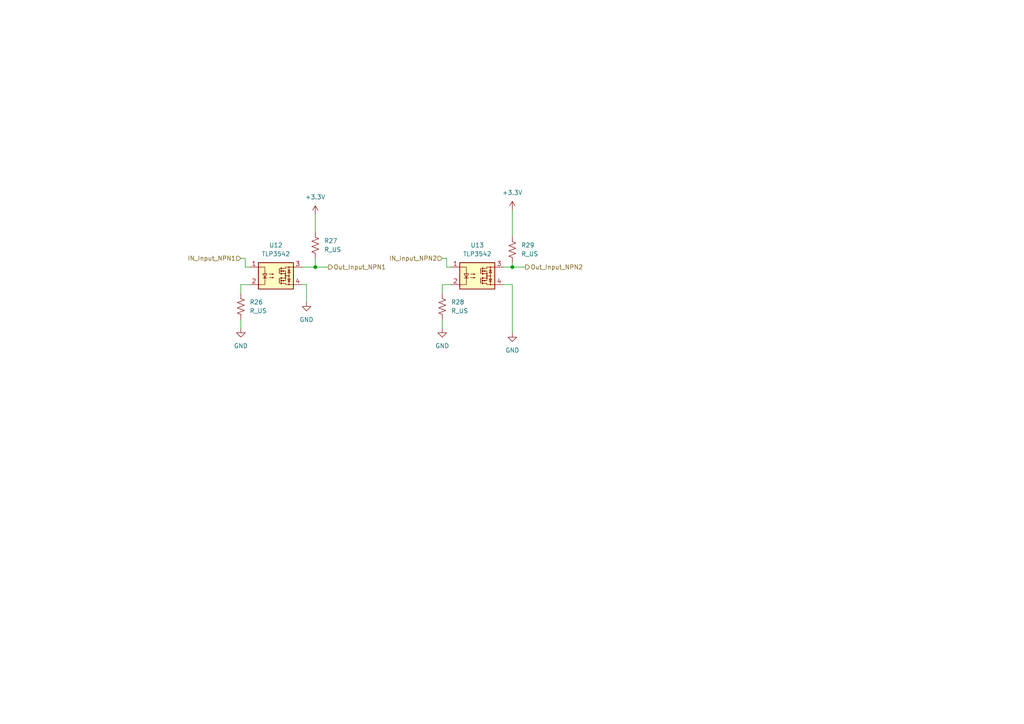
<source format=kicad_sch>
(kicad_sch
	(version 20250114)
	(generator "eeschema")
	(generator_version "9.0")
	(uuid "bb2dc4b7-d94f-44c4-99c4-95bd83d41661")
	(paper "A4")
	(lib_symbols
		(symbol "Device:R_US"
			(pin_numbers
				(hide yes)
			)
			(pin_names
				(offset 0)
			)
			(exclude_from_sim no)
			(in_bom yes)
			(on_board yes)
			(property "Reference" "R"
				(at 2.54 0 90)
				(effects
					(font
						(size 1.27 1.27)
					)
				)
			)
			(property "Value" "R_US"
				(at -2.54 0 90)
				(effects
					(font
						(size 1.27 1.27)
					)
				)
			)
			(property "Footprint" ""
				(at 1.016 -0.254 90)
				(effects
					(font
						(size 1.27 1.27)
					)
					(hide yes)
				)
			)
			(property "Datasheet" "~"
				(at 0 0 0)
				(effects
					(font
						(size 1.27 1.27)
					)
					(hide yes)
				)
			)
			(property "Description" "Resistor, US symbol"
				(at 0 0 0)
				(effects
					(font
						(size 1.27 1.27)
					)
					(hide yes)
				)
			)
			(property "ki_keywords" "R res resistor"
				(at 0 0 0)
				(effects
					(font
						(size 1.27 1.27)
					)
					(hide yes)
				)
			)
			(property "ki_fp_filters" "R_*"
				(at 0 0 0)
				(effects
					(font
						(size 1.27 1.27)
					)
					(hide yes)
				)
			)
			(symbol "R_US_0_1"
				(polyline
					(pts
						(xy 0 2.286) (xy 0 2.54)
					)
					(stroke
						(width 0)
						(type default)
					)
					(fill
						(type none)
					)
				)
				(polyline
					(pts
						(xy 0 2.286) (xy 1.016 1.905) (xy 0 1.524) (xy -1.016 1.143) (xy 0 0.762)
					)
					(stroke
						(width 0)
						(type default)
					)
					(fill
						(type none)
					)
				)
				(polyline
					(pts
						(xy 0 0.762) (xy 1.016 0.381) (xy 0 0) (xy -1.016 -0.381) (xy 0 -0.762)
					)
					(stroke
						(width 0)
						(type default)
					)
					(fill
						(type none)
					)
				)
				(polyline
					(pts
						(xy 0 -0.762) (xy 1.016 -1.143) (xy 0 -1.524) (xy -1.016 -1.905) (xy 0 -2.286)
					)
					(stroke
						(width 0)
						(type default)
					)
					(fill
						(type none)
					)
				)
				(polyline
					(pts
						(xy 0 -2.286) (xy 0 -2.54)
					)
					(stroke
						(width 0)
						(type default)
					)
					(fill
						(type none)
					)
				)
			)
			(symbol "R_US_1_1"
				(pin passive line
					(at 0 3.81 270)
					(length 1.27)
					(name "~"
						(effects
							(font
								(size 1.27 1.27)
							)
						)
					)
					(number "1"
						(effects
							(font
								(size 1.27 1.27)
							)
						)
					)
				)
				(pin passive line
					(at 0 -3.81 90)
					(length 1.27)
					(name "~"
						(effects
							(font
								(size 1.27 1.27)
							)
						)
					)
					(number "2"
						(effects
							(font
								(size 1.27 1.27)
							)
						)
					)
				)
			)
			(embedded_fonts no)
		)
		(symbol "TLP3542_1"
			(exclude_from_sim no)
			(in_bom yes)
			(on_board yes)
			(property "Reference" "U3"
				(at 0 8.89 0)
				(effects
					(font
						(size 1.27 1.27)
					)
				)
			)
			(property "Value" "TLP3542"
				(at 0 6.35 0)
				(effects
					(font
						(size 1.27 1.27)
					)
				)
			)
			(property "Footprint" "Package_SO:SOP-4_3.8x4.1mm_P2.54mm"
				(at 0 -7.62 0)
				(effects
					(font
						(size 1.27 1.27)
					)
					(hide yes)
				)
			)
			(property "Datasheet" "https://toshiba.semicon-storage.com/info/docget.jsp?did=1284&prodName=TLP3542"
				(at 0 0 0)
				(effects
					(font
						(size 1.27 1.27)
					)
					(hide yes)
				)
			)
			(property "Description" "Photo MOSFET optically coupled, ON 4A, 50mohm, OFF state 20V, Isolation 2500 VRMS, DIP-5-6"
				(at 0 0 0)
				(effects
					(font
						(size 1.27 1.27)
					)
					(hide yes)
				)
			)
			(property "ki_keywords" "photocouplers photorelay solidstate relay normally opened (1-Form-A)"
				(at 0 0 0)
				(effects
					(font
						(size 1.27 1.27)
					)
					(hide yes)
				)
			)
			(property "ki_fp_filters" "DIP*W7.62mm*"
				(at 0 0 0)
				(effects
					(font
						(size 1.27 1.27)
					)
					(hide yes)
				)
			)
			(symbol "TLP3542_1_0_1"
				(rectangle
					(start -5.08 3.81)
					(end 5.08 -3.81)
					(stroke
						(width 0.254)
						(type default)
					)
					(fill
						(type background)
					)
				)
				(polyline
					(pts
						(xy -5.08 2.54) (xy -3.175 2.54) (xy -3.175 -2.54) (xy -5.08 -2.54)
					)
					(stroke
						(width 0)
						(type default)
					)
					(fill
						(type none)
					)
				)
				(polyline
					(pts
						(xy -3.81 -0.635) (xy -2.54 -0.635)
					)
					(stroke
						(width 0)
						(type default)
					)
					(fill
						(type none)
					)
				)
				(polyline
					(pts
						(xy -3.175 -0.635) (xy -3.81 0.635) (xy -2.54 0.635) (xy -3.175 -0.635)
					)
					(stroke
						(width 0)
						(type default)
					)
					(fill
						(type none)
					)
				)
				(polyline
					(pts
						(xy -1.905 0.508) (xy -0.635 0.508) (xy -1.016 0.381) (xy -1.016 0.635) (xy -0.635 0.508)
					)
					(stroke
						(width 0)
						(type default)
					)
					(fill
						(type none)
					)
				)
				(polyline
					(pts
						(xy -1.905 -0.508) (xy -0.635 -0.508) (xy -1.016 -0.635) (xy -1.016 -0.381) (xy -0.635 -0.508)
					)
					(stroke
						(width 0)
						(type default)
					)
					(fill
						(type none)
					)
				)
				(polyline
					(pts
						(xy 1.016 2.159) (xy 1.016 0.635)
					)
					(stroke
						(width 0.2032)
						(type default)
					)
					(fill
						(type none)
					)
				)
				(polyline
					(pts
						(xy 1.016 -0.635) (xy 1.016 -2.159)
					)
					(stroke
						(width 0.2032)
						(type default)
					)
					(fill
						(type none)
					)
				)
				(polyline
					(pts
						(xy 1.524 2.286) (xy 1.524 2.032) (xy 1.524 2.032)
					)
					(stroke
						(width 0.3556)
						(type default)
					)
					(fill
						(type none)
					)
				)
				(polyline
					(pts
						(xy 1.524 1.524) (xy 1.524 1.27) (xy 1.524 1.27)
					)
					(stroke
						(width 0.3556)
						(type default)
					)
					(fill
						(type none)
					)
				)
				(polyline
					(pts
						(xy 1.524 0.762) (xy 1.524 0.508) (xy 1.524 0.508)
					)
					(stroke
						(width 0.3556)
						(type default)
					)
					(fill
						(type none)
					)
				)
				(polyline
					(pts
						(xy 1.524 -0.508) (xy 1.524 -0.762)
					)
					(stroke
						(width 0.3556)
						(type default)
					)
					(fill
						(type none)
					)
				)
				(polyline
					(pts
						(xy 1.524 -1.27) (xy 1.524 -1.524) (xy 1.524 -1.524)
					)
					(stroke
						(width 0.3556)
						(type default)
					)
					(fill
						(type none)
					)
				)
				(polyline
					(pts
						(xy 1.524 -2.032) (xy 1.524 -2.286) (xy 1.524 -2.286)
					)
					(stroke
						(width 0.3556)
						(type default)
					)
					(fill
						(type none)
					)
				)
				(polyline
					(pts
						(xy 1.651 2.159) (xy 2.794 2.159) (xy 2.794 2.54) (xy 5.08 2.54)
					)
					(stroke
						(width 0)
						(type default)
					)
					(fill
						(type none)
					)
				)
				(polyline
					(pts
						(xy 1.651 1.397) (xy 2.794 1.397) (xy 2.794 0.635)
					)
					(stroke
						(width 0)
						(type default)
					)
					(fill
						(type none)
					)
				)
				(polyline
					(pts
						(xy 1.651 -0.635) (xy 2.794 -0.635) (xy 2.794 0.635) (xy 1.651 0.635)
					)
					(stroke
						(width 0)
						(type default)
					)
					(fill
						(type none)
					)
				)
				(polyline
					(pts
						(xy 1.651 -1.397) (xy 2.794 -1.397) (xy 2.794 -0.635)
					)
					(stroke
						(width 0)
						(type default)
					)
					(fill
						(type none)
					)
				)
				(polyline
					(pts
						(xy 1.651 -2.159) (xy 2.794 -2.159) (xy 2.794 -2.54) (xy 5.08 -2.54)
					)
					(stroke
						(width 0)
						(type default)
					)
					(fill
						(type none)
					)
				)
				(polyline
					(pts
						(xy 1.778 1.397) (xy 2.286 1.524) (xy 2.286 1.27) (xy 1.778 1.397)
					)
					(stroke
						(width 0)
						(type default)
					)
					(fill
						(type none)
					)
				)
				(polyline
					(pts
						(xy 1.778 -1.397) (xy 2.286 -1.27) (xy 2.286 -1.524) (xy 1.778 -1.397)
					)
					(stroke
						(width 0)
						(type default)
					)
					(fill
						(type none)
					)
				)
				(circle
					(center 2.794 0.635)
					(radius 0.127)
					(stroke
						(width 0)
						(type default)
					)
					(fill
						(type none)
					)
				)
				(polyline
					(pts
						(xy 2.794 0) (xy 3.81 0)
					)
					(stroke
						(width 0)
						(type default)
					)
					(fill
						(type none)
					)
				)
				(circle
					(center 2.794 0)
					(radius 0.127)
					(stroke
						(width 0)
						(type default)
					)
					(fill
						(type none)
					)
				)
				(circle
					(center 2.794 -0.635)
					(radius 0.127)
					(stroke
						(width 0)
						(type default)
					)
					(fill
						(type none)
					)
				)
				(polyline
					(pts
						(xy 3.429 1.651) (xy 4.191 1.651)
					)
					(stroke
						(width 0)
						(type default)
					)
					(fill
						(type none)
					)
				)
				(polyline
					(pts
						(xy 3.429 -1.651) (xy 4.191 -1.651)
					)
					(stroke
						(width 0)
						(type default)
					)
					(fill
						(type none)
					)
				)
				(circle
					(center 3.81 2.54)
					(radius 0.127)
					(stroke
						(width 0)
						(type default)
					)
					(fill
						(type none)
					)
				)
				(polyline
					(pts
						(xy 3.81 1.651) (xy 3.429 0.889) (xy 4.191 0.889) (xy 3.81 1.651)
					)
					(stroke
						(width 0)
						(type default)
					)
					(fill
						(type none)
					)
				)
				(circle
					(center 3.81 0)
					(radius 0.127)
					(stroke
						(width 0)
						(type default)
					)
					(fill
						(type none)
					)
				)
				(polyline
					(pts
						(xy 3.81 -1.651) (xy 3.429 -0.889) (xy 4.191 -0.889) (xy 3.81 -1.651)
					)
					(stroke
						(width 0)
						(type default)
					)
					(fill
						(type none)
					)
				)
				(polyline
					(pts
						(xy 3.81 -2.54) (xy 3.81 2.54)
					)
					(stroke
						(width 0)
						(type default)
					)
					(fill
						(type none)
					)
				)
				(circle
					(center 3.81 -2.54)
					(radius 0.127)
					(stroke
						(width 0)
						(type default)
					)
					(fill
						(type none)
					)
				)
			)
			(symbol "TLP3542_1_1_1"
				(pin passive line
					(at -7.62 2.54 0)
					(length 2.54)
					(name "~"
						(effects
							(font
								(size 1.27 1.27)
							)
						)
					)
					(number "1"
						(effects
							(font
								(size 1.27 1.27)
							)
						)
					)
				)
				(pin passive line
					(at -7.62 -2.54 0)
					(length 2.54)
					(name "~"
						(effects
							(font
								(size 1.27 1.27)
							)
						)
					)
					(number "2"
						(effects
							(font
								(size 1.27 1.27)
							)
						)
					)
				)
				(pin no_connect line
					(at -5.08 0 0)
					(length 2.54)
					(hide yes)
					(name "~"
						(effects
							(font
								(size 1.27 1.27)
							)
						)
					)
					(number "3"
						(effects
							(font
								(size 1.27 1.27)
							)
						)
					)
				)
				(pin passive line
					(at 7.62 2.54 180)
					(length 2.54)
					(name "~"
						(effects
							(font
								(size 1.27 1.27)
							)
						)
					)
					(number "3"
						(effects
							(font
								(size 1.27 1.27)
							)
						)
					)
				)
				(pin passive line
					(at 7.62 -2.54 180)
					(length 2.54)
					(name "~"
						(effects
							(font
								(size 1.27 1.27)
							)
						)
					)
					(number "4"
						(effects
							(font
								(size 1.27 1.27)
							)
						)
					)
				)
			)
			(embedded_fonts no)
		)
		(symbol "TLP3542_2"
			(exclude_from_sim no)
			(in_bom yes)
			(on_board yes)
			(property "Reference" "U3"
				(at 0 8.89 0)
				(effects
					(font
						(size 1.27 1.27)
					)
				)
			)
			(property "Value" "TLP3542"
				(at 0 6.35 0)
				(effects
					(font
						(size 1.27 1.27)
					)
				)
			)
			(property "Footprint" "Package_SO:SOP-4_3.8x4.1mm_P2.54mm"
				(at 0 -7.62 0)
				(effects
					(font
						(size 1.27 1.27)
					)
					(hide yes)
				)
			)
			(property "Datasheet" "https://toshiba.semicon-storage.com/info/docget.jsp?did=1284&prodName=TLP3542"
				(at 0 0 0)
				(effects
					(font
						(size 1.27 1.27)
					)
					(hide yes)
				)
			)
			(property "Description" "Photo MOSFET optically coupled, ON 4A, 50mohm, OFF state 20V, Isolation 2500 VRMS, DIP-5-6"
				(at 0 0 0)
				(effects
					(font
						(size 1.27 1.27)
					)
					(hide yes)
				)
			)
			(property "ki_keywords" "photocouplers photorelay solidstate relay normally opened (1-Form-A)"
				(at 0 0 0)
				(effects
					(font
						(size 1.27 1.27)
					)
					(hide yes)
				)
			)
			(property "ki_fp_filters" "DIP*W7.62mm*"
				(at 0 0 0)
				(effects
					(font
						(size 1.27 1.27)
					)
					(hide yes)
				)
			)
			(symbol "TLP3542_2_0_1"
				(rectangle
					(start -5.08 3.81)
					(end 5.08 -3.81)
					(stroke
						(width 0.254)
						(type default)
					)
					(fill
						(type background)
					)
				)
				(polyline
					(pts
						(xy -5.08 2.54) (xy -3.175 2.54) (xy -3.175 -2.54) (xy -5.08 -2.54)
					)
					(stroke
						(width 0)
						(type default)
					)
					(fill
						(type none)
					)
				)
				(polyline
					(pts
						(xy -3.81 -0.635) (xy -2.54 -0.635)
					)
					(stroke
						(width 0)
						(type default)
					)
					(fill
						(type none)
					)
				)
				(polyline
					(pts
						(xy -3.175 -0.635) (xy -3.81 0.635) (xy -2.54 0.635) (xy -3.175 -0.635)
					)
					(stroke
						(width 0)
						(type default)
					)
					(fill
						(type none)
					)
				)
				(polyline
					(pts
						(xy -1.905 0.508) (xy -0.635 0.508) (xy -1.016 0.381) (xy -1.016 0.635) (xy -0.635 0.508)
					)
					(stroke
						(width 0)
						(type default)
					)
					(fill
						(type none)
					)
				)
				(polyline
					(pts
						(xy -1.905 -0.508) (xy -0.635 -0.508) (xy -1.016 -0.635) (xy -1.016 -0.381) (xy -0.635 -0.508)
					)
					(stroke
						(width 0)
						(type default)
					)
					(fill
						(type none)
					)
				)
				(polyline
					(pts
						(xy 1.016 2.159) (xy 1.016 0.635)
					)
					(stroke
						(width 0.2032)
						(type default)
					)
					(fill
						(type none)
					)
				)
				(polyline
					(pts
						(xy 1.016 -0.635) (xy 1.016 -2.159)
					)
					(stroke
						(width 0.2032)
						(type default)
					)
					(fill
						(type none)
					)
				)
				(polyline
					(pts
						(xy 1.524 2.286) (xy 1.524 2.032) (xy 1.524 2.032)
					)
					(stroke
						(width 0.3556)
						(type default)
					)
					(fill
						(type none)
					)
				)
				(polyline
					(pts
						(xy 1.524 1.524) (xy 1.524 1.27) (xy 1.524 1.27)
					)
					(stroke
						(width 0.3556)
						(type default)
					)
					(fill
						(type none)
					)
				)
				(polyline
					(pts
						(xy 1.524 0.762) (xy 1.524 0.508) (xy 1.524 0.508)
					)
					(stroke
						(width 0.3556)
						(type default)
					)
					(fill
						(type none)
					)
				)
				(polyline
					(pts
						(xy 1.524 -0.508) (xy 1.524 -0.762)
					)
					(stroke
						(width 0.3556)
						(type default)
					)
					(fill
						(type none)
					)
				)
				(polyline
					(pts
						(xy 1.524 -1.27) (xy 1.524 -1.524) (xy 1.524 -1.524)
					)
					(stroke
						(width 0.3556)
						(type default)
					)
					(fill
						(type none)
					)
				)
				(polyline
					(pts
						(xy 1.524 -2.032) (xy 1.524 -2.286) (xy 1.524 -2.286)
					)
					(stroke
						(width 0.3556)
						(type default)
					)
					(fill
						(type none)
					)
				)
				(polyline
					(pts
						(xy 1.651 2.159) (xy 2.794 2.159) (xy 2.794 2.54) (xy 5.08 2.54)
					)
					(stroke
						(width 0)
						(type default)
					)
					(fill
						(type none)
					)
				)
				(polyline
					(pts
						(xy 1.651 1.397) (xy 2.794 1.397) (xy 2.794 0.635)
					)
					(stroke
						(width 0)
						(type default)
					)
					(fill
						(type none)
					)
				)
				(polyline
					(pts
						(xy 1.651 -0.635) (xy 2.794 -0.635) (xy 2.794 0.635) (xy 1.651 0.635)
					)
					(stroke
						(width 0)
						(type default)
					)
					(fill
						(type none)
					)
				)
				(polyline
					(pts
						(xy 1.651 -1.397) (xy 2.794 -1.397) (xy 2.794 -0.635)
					)
					(stroke
						(width 0)
						(type default)
					)
					(fill
						(type none)
					)
				)
				(polyline
					(pts
						(xy 1.651 -2.159) (xy 2.794 -2.159) (xy 2.794 -2.54) (xy 5.08 -2.54)
					)
					(stroke
						(width 0)
						(type default)
					)
					(fill
						(type none)
					)
				)
				(polyline
					(pts
						(xy 1.778 1.397) (xy 2.286 1.524) (xy 2.286 1.27) (xy 1.778 1.397)
					)
					(stroke
						(width 0)
						(type default)
					)
					(fill
						(type none)
					)
				)
				(polyline
					(pts
						(xy 1.778 -1.397) (xy 2.286 -1.27) (xy 2.286 -1.524) (xy 1.778 -1.397)
					)
					(stroke
						(width 0)
						(type default)
					)
					(fill
						(type none)
					)
				)
				(circle
					(center 2.794 0.635)
					(radius 0.127)
					(stroke
						(width 0)
						(type default)
					)
					(fill
						(type none)
					)
				)
				(polyline
					(pts
						(xy 2.794 0) (xy 3.81 0)
					)
					(stroke
						(width 0)
						(type default)
					)
					(fill
						(type none)
					)
				)
				(circle
					(center 2.794 0)
					(radius 0.127)
					(stroke
						(width 0)
						(type default)
					)
					(fill
						(type none)
					)
				)
				(circle
					(center 2.794 -0.635)
					(radius 0.127)
					(stroke
						(width 0)
						(type default)
					)
					(fill
						(type none)
					)
				)
				(polyline
					(pts
						(xy 3.429 1.651) (xy 4.191 1.651)
					)
					(stroke
						(width 0)
						(type default)
					)
					(fill
						(type none)
					)
				)
				(polyline
					(pts
						(xy 3.429 -1.651) (xy 4.191 -1.651)
					)
					(stroke
						(width 0)
						(type default)
					)
					(fill
						(type none)
					)
				)
				(circle
					(center 3.81 2.54)
					(radius 0.127)
					(stroke
						(width 0)
						(type default)
					)
					(fill
						(type none)
					)
				)
				(polyline
					(pts
						(xy 3.81 1.651) (xy 3.429 0.889) (xy 4.191 0.889) (xy 3.81 1.651)
					)
					(stroke
						(width 0)
						(type default)
					)
					(fill
						(type none)
					)
				)
				(circle
					(center 3.81 0)
					(radius 0.127)
					(stroke
						(width 0)
						(type default)
					)
					(fill
						(type none)
					)
				)
				(polyline
					(pts
						(xy 3.81 -1.651) (xy 3.429 -0.889) (xy 4.191 -0.889) (xy 3.81 -1.651)
					)
					(stroke
						(width 0)
						(type default)
					)
					(fill
						(type none)
					)
				)
				(polyline
					(pts
						(xy 3.81 -2.54) (xy 3.81 2.54)
					)
					(stroke
						(width 0)
						(type default)
					)
					(fill
						(type none)
					)
				)
				(circle
					(center 3.81 -2.54)
					(radius 0.127)
					(stroke
						(width 0)
						(type default)
					)
					(fill
						(type none)
					)
				)
			)
			(symbol "TLP3542_2_1_1"
				(pin passive line
					(at -7.62 2.54 0)
					(length 2.54)
					(name "~"
						(effects
							(font
								(size 1.27 1.27)
							)
						)
					)
					(number "1"
						(effects
							(font
								(size 1.27 1.27)
							)
						)
					)
				)
				(pin passive line
					(at -7.62 -2.54 0)
					(length 2.54)
					(name "~"
						(effects
							(font
								(size 1.27 1.27)
							)
						)
					)
					(number "2"
						(effects
							(font
								(size 1.27 1.27)
							)
						)
					)
				)
				(pin no_connect line
					(at -5.08 0 0)
					(length 2.54)
					(hide yes)
					(name "~"
						(effects
							(font
								(size 1.27 1.27)
							)
						)
					)
					(number "3"
						(effects
							(font
								(size 1.27 1.27)
							)
						)
					)
				)
				(pin passive line
					(at 7.62 2.54 180)
					(length 2.54)
					(name "~"
						(effects
							(font
								(size 1.27 1.27)
							)
						)
					)
					(number "3"
						(effects
							(font
								(size 1.27 1.27)
							)
						)
					)
				)
				(pin passive line
					(at 7.62 -2.54 180)
					(length 2.54)
					(name "~"
						(effects
							(font
								(size 1.27 1.27)
							)
						)
					)
					(number "4"
						(effects
							(font
								(size 1.27 1.27)
							)
						)
					)
				)
			)
			(embedded_fonts no)
		)
		(symbol "power:+3.3V"
			(power)
			(pin_numbers
				(hide yes)
			)
			(pin_names
				(offset 0)
				(hide yes)
			)
			(exclude_from_sim no)
			(in_bom yes)
			(on_board yes)
			(property "Reference" "#PWR"
				(at 0 -3.81 0)
				(effects
					(font
						(size 1.27 1.27)
					)
					(hide yes)
				)
			)
			(property "Value" "+3.3V"
				(at 0 3.556 0)
				(effects
					(font
						(size 1.27 1.27)
					)
				)
			)
			(property "Footprint" ""
				(at 0 0 0)
				(effects
					(font
						(size 1.27 1.27)
					)
					(hide yes)
				)
			)
			(property "Datasheet" ""
				(at 0 0 0)
				(effects
					(font
						(size 1.27 1.27)
					)
					(hide yes)
				)
			)
			(property "Description" "Power symbol creates a global label with name \"+3.3V\""
				(at 0 0 0)
				(effects
					(font
						(size 1.27 1.27)
					)
					(hide yes)
				)
			)
			(property "ki_keywords" "global power"
				(at 0 0 0)
				(effects
					(font
						(size 1.27 1.27)
					)
					(hide yes)
				)
			)
			(symbol "+3.3V_0_1"
				(polyline
					(pts
						(xy -0.762 1.27) (xy 0 2.54)
					)
					(stroke
						(width 0)
						(type default)
					)
					(fill
						(type none)
					)
				)
				(polyline
					(pts
						(xy 0 2.54) (xy 0.762 1.27)
					)
					(stroke
						(width 0)
						(type default)
					)
					(fill
						(type none)
					)
				)
				(polyline
					(pts
						(xy 0 0) (xy 0 2.54)
					)
					(stroke
						(width 0)
						(type default)
					)
					(fill
						(type none)
					)
				)
			)
			(symbol "+3.3V_1_1"
				(pin power_in line
					(at 0 0 90)
					(length 0)
					(name "~"
						(effects
							(font
								(size 1.27 1.27)
							)
						)
					)
					(number "1"
						(effects
							(font
								(size 1.27 1.27)
							)
						)
					)
				)
			)
			(embedded_fonts no)
		)
		(symbol "power:GND"
			(power)
			(pin_numbers
				(hide yes)
			)
			(pin_names
				(offset 0)
				(hide yes)
			)
			(exclude_from_sim no)
			(in_bom yes)
			(on_board yes)
			(property "Reference" "#PWR"
				(at 0 -6.35 0)
				(effects
					(font
						(size 1.27 1.27)
					)
					(hide yes)
				)
			)
			(property "Value" "GND"
				(at 0 -3.81 0)
				(effects
					(font
						(size 1.27 1.27)
					)
				)
			)
			(property "Footprint" ""
				(at 0 0 0)
				(effects
					(font
						(size 1.27 1.27)
					)
					(hide yes)
				)
			)
			(property "Datasheet" ""
				(at 0 0 0)
				(effects
					(font
						(size 1.27 1.27)
					)
					(hide yes)
				)
			)
			(property "Description" "Power symbol creates a global label with name \"GND\" , ground"
				(at 0 0 0)
				(effects
					(font
						(size 1.27 1.27)
					)
					(hide yes)
				)
			)
			(property "ki_keywords" "global power"
				(at 0 0 0)
				(effects
					(font
						(size 1.27 1.27)
					)
					(hide yes)
				)
			)
			(symbol "GND_0_1"
				(polyline
					(pts
						(xy 0 0) (xy 0 -1.27) (xy 1.27 -1.27) (xy 0 -2.54) (xy -1.27 -1.27) (xy 0 -1.27)
					)
					(stroke
						(width 0)
						(type default)
					)
					(fill
						(type none)
					)
				)
			)
			(symbol "GND_1_1"
				(pin power_in line
					(at 0 0 270)
					(length 0)
					(name "~"
						(effects
							(font
								(size 1.27 1.27)
							)
						)
					)
					(number "1"
						(effects
							(font
								(size 1.27 1.27)
							)
						)
					)
				)
			)
			(embedded_fonts no)
		)
	)
	(junction
		(at 148.59 77.47)
		(diameter 0)
		(color 0 0 0 0)
		(uuid "06a2dd22-68a3-44f5-bfd8-edf3a211dd78")
	)
	(junction
		(at 91.44 77.47)
		(diameter 0)
		(color 0 0 0 0)
		(uuid "b849fcb5-c2d6-45ec-b474-4ad274161f10")
	)
	(wire
		(pts
			(xy 71.12 74.93) (xy 69.85 74.93)
		)
		(stroke
			(width 0)
			(type default)
		)
		(uuid "102758a7-27ff-4864-bd9f-4ae0a2c1cd49")
	)
	(wire
		(pts
			(xy 69.85 82.55) (xy 69.85 85.09)
		)
		(stroke
			(width 0)
			(type default)
		)
		(uuid "13185c5d-4b4d-49a2-b657-e2e73eacbe07")
	)
	(wire
		(pts
			(xy 71.12 77.47) (xy 72.39 77.47)
		)
		(stroke
			(width 0)
			(type default)
		)
		(uuid "16b10f1d-858b-47dc-91d7-55296b246a88")
	)
	(wire
		(pts
			(xy 130.81 82.55) (xy 128.27 82.55)
		)
		(stroke
			(width 0)
			(type default)
		)
		(uuid "21874ff7-7395-4542-b312-6b76e4d82232")
	)
	(wire
		(pts
			(xy 129.54 77.47) (xy 129.54 74.93)
		)
		(stroke
			(width 0)
			(type default)
		)
		(uuid "32bc9635-8ede-4958-9aca-d9dba23cade2")
	)
	(wire
		(pts
			(xy 88.9 82.55) (xy 88.9 87.63)
		)
		(stroke
			(width 0)
			(type default)
		)
		(uuid "33f72687-848d-4ec0-a514-d95e4dc44f04")
	)
	(wire
		(pts
			(xy 148.59 60.96) (xy 148.59 68.58)
		)
		(stroke
			(width 0)
			(type default)
		)
		(uuid "4689ca71-e578-486a-8786-a38edc296048")
	)
	(wire
		(pts
			(xy 91.44 62.23) (xy 91.44 67.31)
		)
		(stroke
			(width 0)
			(type default)
		)
		(uuid "49441dfb-c895-4483-816f-de9ce25a25d3")
	)
	(wire
		(pts
			(xy 88.9 82.55) (xy 87.63 82.55)
		)
		(stroke
			(width 0)
			(type default)
		)
		(uuid "5153325c-7e32-43ce-838b-9698f184ee0a")
	)
	(wire
		(pts
			(xy 91.44 77.47) (xy 95.25 77.47)
		)
		(stroke
			(width 0)
			(type default)
		)
		(uuid "52bea586-be94-419d-8438-2e552e684f3b")
	)
	(wire
		(pts
			(xy 71.12 77.47) (xy 71.12 74.93)
		)
		(stroke
			(width 0)
			(type default)
		)
		(uuid "5550796b-1ea2-42ba-8a2c-25d1f5c61e8f")
	)
	(wire
		(pts
			(xy 91.44 77.47) (xy 87.63 77.47)
		)
		(stroke
			(width 0)
			(type default)
		)
		(uuid "60a73ac9-d264-4b06-b2f3-bcb74e877340")
	)
	(wire
		(pts
			(xy 72.39 82.55) (xy 69.85 82.55)
		)
		(stroke
			(width 0)
			(type default)
		)
		(uuid "71a1c430-e320-49eb-8327-cc319a9379cb")
	)
	(wire
		(pts
			(xy 148.59 82.55) (xy 146.05 82.55)
		)
		(stroke
			(width 0)
			(type default)
		)
		(uuid "7bd0909e-f388-4e0c-beb5-f65796af69fc")
	)
	(wire
		(pts
			(xy 148.59 77.47) (xy 148.59 76.2)
		)
		(stroke
			(width 0)
			(type default)
		)
		(uuid "8a9645b3-ee4d-49fe-9649-d3e9f66fd95d")
	)
	(wire
		(pts
			(xy 69.85 92.71) (xy 69.85 95.25)
		)
		(stroke
			(width 0)
			(type default)
		)
		(uuid "8f3e18f3-77f3-448f-a597-198e08f0e829")
	)
	(wire
		(pts
			(xy 128.27 82.55) (xy 128.27 85.09)
		)
		(stroke
			(width 0)
			(type default)
		)
		(uuid "9300817b-ee2d-4450-9113-4e883dbbc7ce")
	)
	(wire
		(pts
			(xy 128.27 92.71) (xy 128.27 95.25)
		)
		(stroke
			(width 0)
			(type default)
		)
		(uuid "ba818669-4d5a-460d-b7cc-7ab4f0f41504")
	)
	(wire
		(pts
			(xy 148.59 77.47) (xy 152.4 77.47)
		)
		(stroke
			(width 0)
			(type default)
		)
		(uuid "bfb57008-009a-4925-8a06-9e0cc5e435f2")
	)
	(wire
		(pts
			(xy 146.05 77.47) (xy 148.59 77.47)
		)
		(stroke
			(width 0)
			(type default)
		)
		(uuid "cb3ac6e3-ae1c-486f-aff2-27dc36061c12")
	)
	(wire
		(pts
			(xy 148.59 82.55) (xy 148.59 96.52)
		)
		(stroke
			(width 0)
			(type default)
		)
		(uuid "cfb175c0-840a-4107-9435-9e2760f69c6f")
	)
	(wire
		(pts
			(xy 129.54 74.93) (xy 128.27 74.93)
		)
		(stroke
			(width 0)
			(type default)
		)
		(uuid "cfcaf1dc-8ffa-46fb-a4bf-de02375e78d3")
	)
	(wire
		(pts
			(xy 91.44 74.93) (xy 91.44 77.47)
		)
		(stroke
			(width 0)
			(type default)
		)
		(uuid "d04026e0-54cf-42f7-9bda-9d3548f32584")
	)
	(wire
		(pts
			(xy 129.54 77.47) (xy 130.81 77.47)
		)
		(stroke
			(width 0)
			(type default)
		)
		(uuid "d1c311e3-f36c-4efe-a170-6a19ca055a9b")
	)
	(hierarchical_label "IN_Input_NPN1"
		(shape input)
		(at 69.85 74.93 180)
		(effects
			(font
				(size 1.27 1.27)
			)
			(justify right)
		)
		(uuid "41f4fb3e-e292-4664-b9d0-b37ff94cfec6")
	)
	(hierarchical_label "Out_Input_NPN1"
		(shape output)
		(at 95.25 77.47 0)
		(effects
			(font
				(size 1.27 1.27)
			)
			(justify left)
		)
		(uuid "55b95fc3-1382-4b10-870c-c169f2ea215b")
	)
	(hierarchical_label "Out_Input_NPN2"
		(shape output)
		(at 152.4 77.47 0)
		(effects
			(font
				(size 1.27 1.27)
			)
			(justify left)
		)
		(uuid "891dca57-4614-4c93-8fd6-7a4c07b8eb1e")
	)
	(hierarchical_label "IN_Input_NPN2"
		(shape input)
		(at 128.27 74.93 180)
		(effects
			(font
				(size 1.27 1.27)
			)
			(justify right)
		)
		(uuid "fe4d4366-24c0-4fc1-b599-33eda9e9a404")
	)
	(symbol
		(lib_id "power:GND")
		(at 128.27 95.25 0)
		(unit 1)
		(exclude_from_sim no)
		(in_bom yes)
		(on_board yes)
		(dnp no)
		(fields_autoplaced yes)
		(uuid "2e877132-9c4c-421b-ba92-333bc23eda31")
		(property "Reference" "#PWR058"
			(at 128.27 101.6 0)
			(effects
				(font
					(size 1.27 1.27)
				)
				(hide yes)
			)
		)
		(property "Value" "GND"
			(at 128.27 100.33 0)
			(effects
				(font
					(size 1.27 1.27)
				)
			)
		)
		(property "Footprint" ""
			(at 128.27 95.25 0)
			(effects
				(font
					(size 1.27 1.27)
				)
				(hide yes)
			)
		)
		(property "Datasheet" ""
			(at 128.27 95.25 0)
			(effects
				(font
					(size 1.27 1.27)
				)
				(hide yes)
			)
		)
		(property "Description" "Power symbol creates a global label with name \"GND\" , ground"
			(at 128.27 95.25 0)
			(effects
				(font
					(size 1.27 1.27)
				)
				(hide yes)
			)
		)
		(pin "1"
			(uuid "8272a025-0c4e-47a8-a99f-eb671c4f55f1")
		)
		(instances
			(project "ZorionX-Nivara"
				(path "/ae5c9891-8291-492e-8a61-8ac340267b67/d47eca49-96e4-4138-8979-47bb60019f67/adb5ea1a-f543-41dd-85af-e4ecb7e623bb"
					(reference "#PWR058")
					(unit 1)
				)
			)
		)
	)
	(symbol
		(lib_id "power:+3.3V")
		(at 91.44 62.23 0)
		(unit 1)
		(exclude_from_sim no)
		(in_bom yes)
		(on_board yes)
		(dnp no)
		(fields_autoplaced yes)
		(uuid "2f6b350c-f9db-4289-9dee-a9a6f53d8905")
		(property "Reference" "#PWR057"
			(at 91.44 66.04 0)
			(effects
				(font
					(size 1.27 1.27)
				)
				(hide yes)
			)
		)
		(property "Value" "+3.3V"
			(at 91.44 57.15 0)
			(effects
				(font
					(size 1.27 1.27)
				)
			)
		)
		(property "Footprint" ""
			(at 91.44 62.23 0)
			(effects
				(font
					(size 1.27 1.27)
				)
				(hide yes)
			)
		)
		(property "Datasheet" ""
			(at 91.44 62.23 0)
			(effects
				(font
					(size 1.27 1.27)
				)
				(hide yes)
			)
		)
		(property "Description" "Power symbol creates a global label with name \"+3.3V\""
			(at 91.44 62.23 0)
			(effects
				(font
					(size 1.27 1.27)
				)
				(hide yes)
			)
		)
		(pin "1"
			(uuid "5870e44f-c295-4ab5-b685-0410c417269b")
		)
		(instances
			(project "ZorionX-Nivara_V1.4"
				(path "/ae5c9891-8291-492e-8a61-8ac340267b67/d47eca49-96e4-4138-8979-47bb60019f67/adb5ea1a-f543-41dd-85af-e4ecb7e623bb"
					(reference "#PWR057")
					(unit 1)
				)
			)
		)
	)
	(symbol
		(lib_id "power:+3.3V")
		(at 148.59 60.96 0)
		(unit 1)
		(exclude_from_sim no)
		(in_bom yes)
		(on_board yes)
		(dnp no)
		(fields_autoplaced yes)
		(uuid "6c013210-b4bf-4b42-957d-a2a1797ec498")
		(property "Reference" "#PWR059"
			(at 148.59 64.77 0)
			(effects
				(font
					(size 1.27 1.27)
				)
				(hide yes)
			)
		)
		(property "Value" "+3.3V"
			(at 148.59 55.88 0)
			(effects
				(font
					(size 1.27 1.27)
				)
			)
		)
		(property "Footprint" ""
			(at 148.59 60.96 0)
			(effects
				(font
					(size 1.27 1.27)
				)
				(hide yes)
			)
		)
		(property "Datasheet" ""
			(at 148.59 60.96 0)
			(effects
				(font
					(size 1.27 1.27)
				)
				(hide yes)
			)
		)
		(property "Description" "Power symbol creates a global label with name \"+3.3V\""
			(at 148.59 60.96 0)
			(effects
				(font
					(size 1.27 1.27)
				)
				(hide yes)
			)
		)
		(pin "1"
			(uuid "7e3f5d4b-b4da-4250-a163-f6c31e15b63e")
		)
		(instances
			(project "ZorionX-Nivara_V1.4"
				(path "/ae5c9891-8291-492e-8a61-8ac340267b67/d47eca49-96e4-4138-8979-47bb60019f67/adb5ea1a-f543-41dd-85af-e4ecb7e623bb"
					(reference "#PWR059")
					(unit 1)
				)
			)
		)
	)
	(symbol
		(lib_name "TLP3542_1")
		(lib_id "Relay_SolidState:TLP3542")
		(at 80.01 80.01 0)
		(unit 1)
		(exclude_from_sim no)
		(in_bom yes)
		(on_board yes)
		(dnp no)
		(fields_autoplaced yes)
		(uuid "7978373c-a378-4ec7-94aa-4625240f0bd8")
		(property "Reference" "U12"
			(at 80.01 71.12 0)
			(effects
				(font
					(size 1.27 1.27)
				)
			)
		)
		(property "Value" "TLP3542"
			(at 80.01 73.66 0)
			(effects
				(font
					(size 1.27 1.27)
				)
			)
		)
		(property "Footprint" "Package_SO:SOP-4_3.8x4.1mm_P2.54mm"
			(at 80.01 87.63 0)
			(effects
				(font
					(size 1.27 1.27)
				)
				(hide yes)
			)
		)
		(property "Datasheet" "https://toshiba.semicon-storage.com/info/docget.jsp?did=1284&prodName=TLP3542"
			(at 80.01 80.01 0)
			(effects
				(font
					(size 1.27 1.27)
				)
				(hide yes)
			)
		)
		(property "Description" "Photo MOSFET optically coupled, ON 4A, 50mohm, OFF state 20V, Isolation 2500 VRMS, DIP-5-6"
			(at 80.01 80.01 0)
			(effects
				(font
					(size 1.27 1.27)
				)
				(hide yes)
			)
		)
		(pin "3"
			(uuid "699f43bf-5381-4988-b49b-8a9aadf6094b")
		)
		(pin "2"
			(uuid "e915b237-a1a7-41de-991c-491482f7a9b3")
		)
		(pin "4"
			(uuid "5c643b8f-ae12-4842-ac8b-00d5cf66e5cb")
		)
		(pin "3"
			(uuid "e7cb8835-647d-47ae-8b40-cb83f87003fc")
		)
		(pin "1"
			(uuid "279d0d88-baba-4a75-a07b-e57e37ea4036")
		)
		(instances
			(project "ZorionX-Nivara"
				(path "/ae5c9891-8291-492e-8a61-8ac340267b67/d47eca49-96e4-4138-8979-47bb60019f67/adb5ea1a-f543-41dd-85af-e4ecb7e623bb"
					(reference "U12")
					(unit 1)
				)
			)
		)
	)
	(symbol
		(lib_id "Device:R_US")
		(at 91.44 71.12 0)
		(unit 1)
		(exclude_from_sim no)
		(in_bom yes)
		(on_board yes)
		(dnp no)
		(fields_autoplaced yes)
		(uuid "7bc751a6-95d5-4bee-8f6f-57f36e6535a0")
		(property "Reference" "R27"
			(at 93.98 69.8499 0)
			(effects
				(font
					(size 1.27 1.27)
				)
				(justify left)
			)
		)
		(property "Value" "R_US"
			(at 93.98 72.3899 0)
			(effects
				(font
					(size 1.27 1.27)
				)
				(justify left)
			)
		)
		(property "Footprint" "Resistor_SMD:R_0603_1608Metric"
			(at 92.456 71.374 90)
			(effects
				(font
					(size 1.27 1.27)
				)
				(hide yes)
			)
		)
		(property "Datasheet" "~"
			(at 91.44 71.12 0)
			(effects
				(font
					(size 1.27 1.27)
				)
				(hide yes)
			)
		)
		(property "Description" "Resistor, US symbol"
			(at 91.44 71.12 0)
			(effects
				(font
					(size 1.27 1.27)
				)
				(hide yes)
			)
		)
		(pin "2"
			(uuid "f91920f6-741e-485c-8fff-8e2ecda26b29")
		)
		(pin "1"
			(uuid "37c5aaa0-2997-41f0-98e9-76613d5766d8")
		)
		(instances
			(project "ZorionX-Nivara"
				(path "/ae5c9891-8291-492e-8a61-8ac340267b67/d47eca49-96e4-4138-8979-47bb60019f67/adb5ea1a-f543-41dd-85af-e4ecb7e623bb"
					(reference "R27")
					(unit 1)
				)
			)
		)
	)
	(symbol
		(lib_id "Device:R_US")
		(at 128.27 88.9 0)
		(unit 1)
		(exclude_from_sim no)
		(in_bom yes)
		(on_board yes)
		(dnp no)
		(fields_autoplaced yes)
		(uuid "9ee94c7f-0a2c-4169-9567-6d869f51bc68")
		(property "Reference" "R28"
			(at 130.81 87.6299 0)
			(effects
				(font
					(size 1.27 1.27)
				)
				(justify left)
			)
		)
		(property "Value" "R_US"
			(at 130.81 90.1699 0)
			(effects
				(font
					(size 1.27 1.27)
				)
				(justify left)
			)
		)
		(property "Footprint" "Resistor_SMD:R_0603_1608Metric"
			(at 129.286 89.154 90)
			(effects
				(font
					(size 1.27 1.27)
				)
				(hide yes)
			)
		)
		(property "Datasheet" "~"
			(at 128.27 88.9 0)
			(effects
				(font
					(size 1.27 1.27)
				)
				(hide yes)
			)
		)
		(property "Description" "Resistor, US symbol"
			(at 128.27 88.9 0)
			(effects
				(font
					(size 1.27 1.27)
				)
				(hide yes)
			)
		)
		(pin "2"
			(uuid "5737b8ee-c563-486d-96f8-adcb24356f4c")
		)
		(pin "1"
			(uuid "37e423dc-8979-4d8e-a8f1-fec32deec21f")
		)
		(instances
			(project "ZorionX-Nivara"
				(path "/ae5c9891-8291-492e-8a61-8ac340267b67/d47eca49-96e4-4138-8979-47bb60019f67/adb5ea1a-f543-41dd-85af-e4ecb7e623bb"
					(reference "R28")
					(unit 1)
				)
			)
		)
	)
	(symbol
		(lib_id "power:GND")
		(at 148.59 96.52 0)
		(unit 1)
		(exclude_from_sim no)
		(in_bom yes)
		(on_board yes)
		(dnp no)
		(fields_autoplaced yes)
		(uuid "bc83b2a4-09d8-4494-88a9-c7ad20befa84")
		(property "Reference" "#PWR060"
			(at 148.59 102.87 0)
			(effects
				(font
					(size 1.27 1.27)
				)
				(hide yes)
			)
		)
		(property "Value" "GND"
			(at 148.59 101.6 0)
			(effects
				(font
					(size 1.27 1.27)
				)
			)
		)
		(property "Footprint" ""
			(at 148.59 96.52 0)
			(effects
				(font
					(size 1.27 1.27)
				)
				(hide yes)
			)
		)
		(property "Datasheet" ""
			(at 148.59 96.52 0)
			(effects
				(font
					(size 1.27 1.27)
				)
				(hide yes)
			)
		)
		(property "Description" "Power symbol creates a global label with name \"GND\" , ground"
			(at 148.59 96.52 0)
			(effects
				(font
					(size 1.27 1.27)
				)
				(hide yes)
			)
		)
		(pin "1"
			(uuid "4613f01d-00e8-45b2-95db-b7948e5e86eb")
		)
		(instances
			(project "ZorionX-Nivara"
				(path "/ae5c9891-8291-492e-8a61-8ac340267b67/d47eca49-96e4-4138-8979-47bb60019f67/adb5ea1a-f543-41dd-85af-e4ecb7e623bb"
					(reference "#PWR060")
					(unit 1)
				)
			)
		)
	)
	(symbol
		(lib_id "Device:R_US")
		(at 69.85 88.9 0)
		(unit 1)
		(exclude_from_sim no)
		(in_bom yes)
		(on_board yes)
		(dnp no)
		(fields_autoplaced yes)
		(uuid "d4487542-695c-4067-8ef2-03579a2e2d5f")
		(property "Reference" "R26"
			(at 72.39 87.6299 0)
			(effects
				(font
					(size 1.27 1.27)
				)
				(justify left)
			)
		)
		(property "Value" "R_US"
			(at 72.39 90.1699 0)
			(effects
				(font
					(size 1.27 1.27)
				)
				(justify left)
			)
		)
		(property "Footprint" "Resistor_SMD:R_0603_1608Metric"
			(at 70.866 89.154 90)
			(effects
				(font
					(size 1.27 1.27)
				)
				(hide yes)
			)
		)
		(property "Datasheet" "~"
			(at 69.85 88.9 0)
			(effects
				(font
					(size 1.27 1.27)
				)
				(hide yes)
			)
		)
		(property "Description" "Resistor, US symbol"
			(at 69.85 88.9 0)
			(effects
				(font
					(size 1.27 1.27)
				)
				(hide yes)
			)
		)
		(pin "2"
			(uuid "0c7d35d0-9204-4650-b3a5-56a98bab540a")
		)
		(pin "1"
			(uuid "c72cd9e9-bb05-4a34-8bd1-d7854a529d1a")
		)
		(instances
			(project "ZorionX-Nivara"
				(path "/ae5c9891-8291-492e-8a61-8ac340267b67/d47eca49-96e4-4138-8979-47bb60019f67/adb5ea1a-f543-41dd-85af-e4ecb7e623bb"
					(reference "R26")
					(unit 1)
				)
			)
		)
	)
	(symbol
		(lib_name "TLP3542_2")
		(lib_id "Relay_SolidState:TLP3542")
		(at 138.43 80.01 0)
		(unit 1)
		(exclude_from_sim no)
		(in_bom yes)
		(on_board yes)
		(dnp no)
		(fields_autoplaced yes)
		(uuid "d7ef9d8f-df7a-4c77-a661-0844092a8d9c")
		(property "Reference" "U13"
			(at 138.43 71.12 0)
			(effects
				(font
					(size 1.27 1.27)
				)
			)
		)
		(property "Value" "TLP3542"
			(at 138.43 73.66 0)
			(effects
				(font
					(size 1.27 1.27)
				)
			)
		)
		(property "Footprint" "Package_SO:SOP-4_3.8x4.1mm_P2.54mm"
			(at 138.43 87.63 0)
			(effects
				(font
					(size 1.27 1.27)
				)
				(hide yes)
			)
		)
		(property "Datasheet" "https://toshiba.semicon-storage.com/info/docget.jsp?did=1284&prodName=TLP3542"
			(at 138.43 80.01 0)
			(effects
				(font
					(size 1.27 1.27)
				)
				(hide yes)
			)
		)
		(property "Description" "Photo MOSFET optically coupled, ON 4A, 50mohm, OFF state 20V, Isolation 2500 VRMS, DIP-5-6"
			(at 138.43 80.01 0)
			(effects
				(font
					(size 1.27 1.27)
				)
				(hide yes)
			)
		)
		(pin "3"
			(uuid "a8e309b6-ce7e-4c66-8137-d26dfd8ab1f7")
		)
		(pin "2"
			(uuid "59420087-c843-4d0d-8a54-6c908c7b473c")
		)
		(pin "4"
			(uuid "140d4966-2c54-445c-8854-48aa661bb136")
		)
		(pin "3"
			(uuid "de1eb664-b2f7-4cdd-a070-b6336e42b6e5")
		)
		(pin "1"
			(uuid "d6b305b6-244e-4792-975d-42617c5f09ad")
		)
		(instances
			(project "ZorionX-Nivara_V1.4"
				(path "/ae5c9891-8291-492e-8a61-8ac340267b67/d47eca49-96e4-4138-8979-47bb60019f67/adb5ea1a-f543-41dd-85af-e4ecb7e623bb"
					(reference "U13")
					(unit 1)
				)
			)
		)
	)
	(symbol
		(lib_id "power:GND")
		(at 88.9 87.63 0)
		(unit 1)
		(exclude_from_sim no)
		(in_bom yes)
		(on_board yes)
		(dnp no)
		(fields_autoplaced yes)
		(uuid "efda1be3-243a-4857-a323-4c00a64414e6")
		(property "Reference" "#PWR056"
			(at 88.9 93.98 0)
			(effects
				(font
					(size 1.27 1.27)
				)
				(hide yes)
			)
		)
		(property "Value" "GND"
			(at 88.9 92.71 0)
			(effects
				(font
					(size 1.27 1.27)
				)
			)
		)
		(property "Footprint" ""
			(at 88.9 87.63 0)
			(effects
				(font
					(size 1.27 1.27)
				)
				(hide yes)
			)
		)
		(property "Datasheet" ""
			(at 88.9 87.63 0)
			(effects
				(font
					(size 1.27 1.27)
				)
				(hide yes)
			)
		)
		(property "Description" "Power symbol creates a global label with name \"GND\" , ground"
			(at 88.9 87.63 0)
			(effects
				(font
					(size 1.27 1.27)
				)
				(hide yes)
			)
		)
		(pin "1"
			(uuid "e758a234-634f-4c80-9ab6-d9e56977d3b0")
		)
		(instances
			(project "ZorionX-Nivara"
				(path "/ae5c9891-8291-492e-8a61-8ac340267b67/d47eca49-96e4-4138-8979-47bb60019f67/adb5ea1a-f543-41dd-85af-e4ecb7e623bb"
					(reference "#PWR056")
					(unit 1)
				)
			)
		)
	)
	(symbol
		(lib_id "power:GND")
		(at 69.85 95.25 0)
		(unit 1)
		(exclude_from_sim no)
		(in_bom yes)
		(on_board yes)
		(dnp no)
		(fields_autoplaced yes)
		(uuid "f0ec4c86-dbd6-4ca1-bfaa-80d48eca512a")
		(property "Reference" "#PWR055"
			(at 69.85 101.6 0)
			(effects
				(font
					(size 1.27 1.27)
				)
				(hide yes)
			)
		)
		(property "Value" "GND"
			(at 69.85 100.33 0)
			(effects
				(font
					(size 1.27 1.27)
				)
			)
		)
		(property "Footprint" ""
			(at 69.85 95.25 0)
			(effects
				(font
					(size 1.27 1.27)
				)
				(hide yes)
			)
		)
		(property "Datasheet" ""
			(at 69.85 95.25 0)
			(effects
				(font
					(size 1.27 1.27)
				)
				(hide yes)
			)
		)
		(property "Description" "Power symbol creates a global label with name \"GND\" , ground"
			(at 69.85 95.25 0)
			(effects
				(font
					(size 1.27 1.27)
				)
				(hide yes)
			)
		)
		(pin "1"
			(uuid "3d1a6e65-5c90-443a-94d0-e7fdd8a5339d")
		)
		(instances
			(project "ZorionX-Nivara"
				(path "/ae5c9891-8291-492e-8a61-8ac340267b67/d47eca49-96e4-4138-8979-47bb60019f67/adb5ea1a-f543-41dd-85af-e4ecb7e623bb"
					(reference "#PWR055")
					(unit 1)
				)
			)
		)
	)
	(symbol
		(lib_id "Device:R_US")
		(at 148.59 72.39 0)
		(unit 1)
		(exclude_from_sim no)
		(in_bom yes)
		(on_board yes)
		(dnp no)
		(fields_autoplaced yes)
		(uuid "fdad41b5-c22e-407b-a53d-ba6ee19a8d8f")
		(property "Reference" "R29"
			(at 151.13 71.1199 0)
			(effects
				(font
					(size 1.27 1.27)
				)
				(justify left)
			)
		)
		(property "Value" "R_US"
			(at 151.13 73.6599 0)
			(effects
				(font
					(size 1.27 1.27)
				)
				(justify left)
			)
		)
		(property "Footprint" "Resistor_SMD:R_0603_1608Metric"
			(at 149.606 72.644 90)
			(effects
				(font
					(size 1.27 1.27)
				)
				(hide yes)
			)
		)
		(property "Datasheet" "~"
			(at 148.59 72.39 0)
			(effects
				(font
					(size 1.27 1.27)
				)
				(hide yes)
			)
		)
		(property "Description" "Resistor, US symbol"
			(at 148.59 72.39 0)
			(effects
				(font
					(size 1.27 1.27)
				)
				(hide yes)
			)
		)
		(pin "2"
			(uuid "bc4dd379-ea53-46c1-b329-dcd4d4358df1")
		)
		(pin "1"
			(uuid "c217fcfb-df76-4f3d-b9d6-5047c2daa6ce")
		)
		(instances
			(project "ZorionX-Nivara"
				(path "/ae5c9891-8291-492e-8a61-8ac340267b67/d47eca49-96e4-4138-8979-47bb60019f67/adb5ea1a-f543-41dd-85af-e4ecb7e623bb"
					(reference "R29")
					(unit 1)
				)
			)
		)
	)
)

</source>
